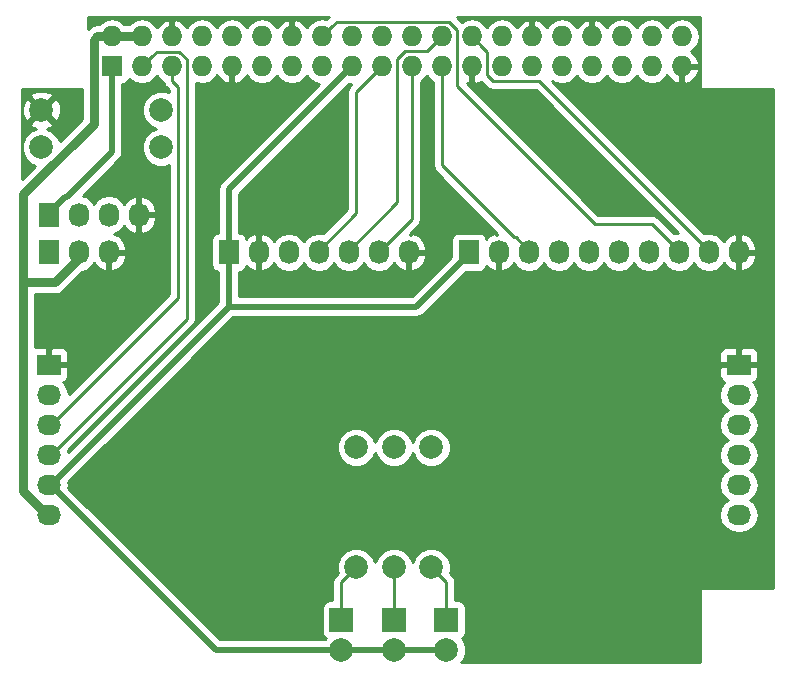
<source format=gtl>
G04 #@! TF.FileFunction,Copper,L1,Top,Signal*
%FSLAX46Y46*%
G04 Gerber Fmt 4.6, Leading zero omitted, Abs format (unit mm)*
G04 Created by KiCad (PCBNEW 4.0.4-stable) date 10/20/16 10:06:23*
%MOMM*%
%LPD*%
G01*
G04 APERTURE LIST*
%ADD10C,0.100000*%
%ADD11R,1.727200X1.727200*%
%ADD12O,1.727200X1.727200*%
%ADD13C,1.998980*%
%ADD14R,1.727200X2.032000*%
%ADD15O,1.727200X2.032000*%
%ADD16R,2.000000X2.000000*%
%ADD17C,2.000000*%
%ADD18O,2.032000X1.727200*%
%ADD19R,2.032000X1.727200*%
%ADD20C,0.508000*%
%ADD21C,0.762000*%
%ADD22C,0.254000*%
G04 APERTURE END LIST*
D10*
D11*
X119634000Y-40132000D03*
D12*
X119634000Y-37592000D03*
X122174000Y-40132000D03*
X122174000Y-37592000D03*
X124714000Y-40132000D03*
X124714000Y-37592000D03*
X127254000Y-40132000D03*
X127254000Y-37592000D03*
X129794000Y-40132000D03*
X129794000Y-37592000D03*
X132334000Y-40132000D03*
X132334000Y-37592000D03*
X134874000Y-40132000D03*
X134874000Y-37592000D03*
X137414000Y-40132000D03*
X137414000Y-37592000D03*
X139954000Y-40132000D03*
X139954000Y-37592000D03*
X142494000Y-40132000D03*
X142494000Y-37592000D03*
X145034000Y-40132000D03*
X145034000Y-37592000D03*
X147574000Y-40132000D03*
X147574000Y-37592000D03*
X150114000Y-40132000D03*
X150114000Y-37592000D03*
X152654000Y-40132000D03*
X152654000Y-37592000D03*
X155194000Y-40132000D03*
X155194000Y-37592000D03*
X157734000Y-40132000D03*
X157734000Y-37592000D03*
X160274000Y-40132000D03*
X160274000Y-37592000D03*
X162814000Y-40132000D03*
X162814000Y-37592000D03*
X165354000Y-40132000D03*
X165354000Y-37592000D03*
X167894000Y-40132000D03*
X167894000Y-37592000D03*
D13*
X140335000Y-82550000D03*
X140335000Y-72390000D03*
D14*
X114300000Y-52705000D03*
D15*
X116840000Y-52705000D03*
X119380000Y-52705000D03*
X121920000Y-52705000D03*
D14*
X114300000Y-55880000D03*
D15*
X116840000Y-55880000D03*
X119380000Y-55880000D03*
D16*
X139065000Y-86995000D03*
D17*
X139065000Y-89535000D03*
D16*
X143510000Y-86995000D03*
D17*
X143510000Y-89535000D03*
D16*
X147955000Y-86995000D03*
D17*
X147955000Y-89535000D03*
D13*
X143510000Y-82550000D03*
X143510000Y-72390000D03*
X146685000Y-82550000D03*
X146685000Y-72390000D03*
X113665000Y-46990000D03*
X123825000Y-46990000D03*
X123825000Y-43815000D03*
X113665000Y-43815000D03*
D18*
X114300000Y-67945000D03*
D19*
X114300000Y-65405000D03*
D18*
X114300000Y-70485000D03*
X114300000Y-73025000D03*
X114300000Y-75565000D03*
X114300000Y-78105000D03*
X172720000Y-78105000D03*
X172720000Y-75565000D03*
X172720000Y-73025000D03*
X172720000Y-70485000D03*
D19*
X172720000Y-65405000D03*
D18*
X172720000Y-67945000D03*
D14*
X129540000Y-55880000D03*
D15*
X132080000Y-55880000D03*
X134620000Y-55880000D03*
X137160000Y-55880000D03*
X139700000Y-55880000D03*
X142240000Y-55880000D03*
X144780000Y-55880000D03*
D14*
X149860000Y-55880000D03*
D15*
X152400000Y-55880000D03*
X154940000Y-55880000D03*
X157480000Y-55880000D03*
X160020000Y-55880000D03*
X162560000Y-55880000D03*
X165100000Y-55880000D03*
X167640000Y-55880000D03*
X170180000Y-55880000D03*
X172720000Y-55880000D03*
D20*
X119634000Y-40132000D02*
X119634000Y-47371000D01*
X119634000Y-47371000D02*
X115824000Y-51181000D01*
X115824000Y-51181000D02*
X115671600Y-51181000D01*
X115671600Y-51181000D02*
X114300000Y-52552600D01*
X114300000Y-52552600D02*
X114300000Y-52705000D01*
X129540000Y-55880000D02*
X129540000Y-50800000D01*
X139954000Y-40132000D02*
X129540000Y-50546000D01*
X129540000Y-50546000D02*
X129540000Y-50800000D01*
X149860000Y-55880000D02*
X149860000Y-56032400D01*
X149860000Y-56032400D02*
X145415000Y-60477400D01*
X145415000Y-60477400D02*
X129540000Y-60477400D01*
X129540000Y-55880000D02*
X129540000Y-54356000D01*
X128422400Y-89535000D02*
X147955000Y-89535000D01*
X114300000Y-75565000D02*
X114452400Y-75565000D01*
X114452400Y-75565000D02*
X128422400Y-89535000D01*
X114452400Y-75565000D02*
X129540000Y-60477400D01*
X129540000Y-60477400D02*
X129540000Y-57404000D01*
X129540000Y-57404000D02*
X129540000Y-55880000D01*
X129540000Y-55727600D02*
X129540000Y-55880000D01*
D21*
X112140979Y-62357021D02*
X112140979Y-58420000D01*
X112140979Y-58420000D02*
X112140979Y-50933069D01*
X116840000Y-55880000D02*
X116840000Y-56362602D01*
X114782602Y-58420000D02*
X112140979Y-58420000D01*
X116840000Y-56362602D02*
X114782602Y-58420000D01*
X112140979Y-50933069D02*
X112801399Y-50272649D01*
X119634000Y-37592000D02*
X118412686Y-37592000D01*
X118412686Y-37592000D02*
X118110000Y-37894686D01*
X118110000Y-37894686D02*
X118110000Y-44964048D01*
X118110000Y-44964048D02*
X112801399Y-50272649D01*
X112140979Y-76098379D02*
X114147600Y-78105000D01*
X112140979Y-62357021D02*
X112140979Y-76098379D01*
X114147600Y-78105000D02*
X114300000Y-78105000D01*
X119634000Y-37592000D02*
X122174000Y-37592000D01*
D22*
X114300000Y-73025000D02*
X114452400Y-73025000D01*
X125958601Y-61518799D02*
X125958601Y-39534591D01*
X114452400Y-73025000D02*
X125958601Y-61518799D01*
X123037599Y-39268401D02*
X122174000Y-40132000D01*
X125958601Y-39534591D02*
X125311409Y-38887399D01*
X125311409Y-38887399D02*
X123418601Y-38887399D01*
X123418601Y-38887399D02*
X123037599Y-39268401D01*
X114300000Y-70485000D02*
X114452400Y-70485000D01*
X114452400Y-70485000D02*
X125205491Y-59731909D01*
X125205491Y-59731909D02*
X125205491Y-41844805D01*
X125205491Y-41844805D02*
X124714000Y-41353314D01*
X124714000Y-41353314D02*
X124714000Y-40132000D01*
X140335011Y-52552589D02*
X140335011Y-42290989D01*
X140335011Y-42290989D02*
X142494000Y-40132000D01*
X137160000Y-55727600D02*
X140335011Y-52552589D01*
X137160000Y-55880000D02*
X137160000Y-55727600D01*
X145034000Y-40132000D02*
X145034000Y-53086000D01*
X145034000Y-53086000D02*
X142240000Y-55880000D01*
X147574000Y-37592000D02*
X146329399Y-38836601D01*
X146329399Y-38836601D02*
X144487389Y-38836601D01*
X144487389Y-38836601D02*
X143789399Y-39534591D01*
X143789399Y-39534591D02*
X143789399Y-51638201D01*
X143789399Y-51638201D02*
X139700000Y-55727600D01*
X139700000Y-55727600D02*
X139700000Y-55880000D01*
X147574000Y-40132000D02*
X147574000Y-48514000D01*
X147574000Y-48514000D02*
X153670000Y-54610000D01*
X153670000Y-54610000D02*
X153822400Y-54610000D01*
X153822400Y-54610000D02*
X154940000Y-55727600D01*
X154940000Y-55727600D02*
X154940000Y-55880000D01*
X170180000Y-55880000D02*
X170180000Y-55727600D01*
X170180000Y-55727600D02*
X155829001Y-41376601D01*
X155829001Y-41376601D02*
X151929591Y-41376601D01*
X151929591Y-41376601D02*
X151409399Y-40856409D01*
X151409399Y-40856409D02*
X151409399Y-38887399D01*
X150977599Y-38455599D02*
X150114000Y-37592000D01*
X151409399Y-38887399D02*
X150977599Y-38455599D01*
X140335000Y-82550000D02*
X139065000Y-83820000D01*
X139065000Y-83820000D02*
X139065000Y-86995000D01*
X143510000Y-82550000D02*
X143510000Y-86995000D01*
X146685000Y-82550000D02*
X147955000Y-83820000D01*
X147955000Y-83820000D02*
X147955000Y-86995000D01*
X160503373Y-53450491D02*
X148869399Y-41816517D01*
X148869399Y-41816517D02*
X148869399Y-37045389D01*
X148171409Y-36347399D02*
X138658601Y-36347399D01*
X148869399Y-37045389D02*
X148171409Y-36347399D01*
X138658601Y-36347399D02*
X138277599Y-36728401D01*
X138277599Y-36728401D02*
X137414000Y-37592000D01*
X165362891Y-53450491D02*
X160503373Y-53450491D01*
X167640000Y-55727600D02*
X165362891Y-53450491D01*
X167640000Y-55880000D02*
X167640000Y-55727600D01*
G36*
X169418000Y-41910000D02*
X169426685Y-41956159D01*
X169427652Y-41957662D01*
X169428006Y-41959410D01*
X169441248Y-41978791D01*
X169453965Y-41998553D01*
X169455440Y-41999560D01*
X169456447Y-42001035D01*
X169476209Y-42013752D01*
X169495590Y-42026994D01*
X169497338Y-42027348D01*
X169498841Y-42028315D01*
X169545000Y-42037000D01*
X175615000Y-42037000D01*
X175615000Y-84328000D01*
X169545000Y-84328000D01*
X169495590Y-84338006D01*
X169453965Y-84366447D01*
X169426685Y-84408841D01*
X169418000Y-84455000D01*
X169418000Y-90580000D01*
X149222435Y-90580000D01*
X149340278Y-90462363D01*
X149589716Y-89861648D01*
X149590284Y-89211205D01*
X149341894Y-88610057D01*
X149275379Y-88543426D01*
X149406441Y-88459090D01*
X149551431Y-88246890D01*
X149602440Y-87995000D01*
X149602440Y-85995000D01*
X149558162Y-85759683D01*
X149419090Y-85543559D01*
X149206890Y-85398569D01*
X148955000Y-85347560D01*
X148717000Y-85347560D01*
X148717000Y-83820000D01*
X148658996Y-83528395D01*
X148623088Y-83474655D01*
X148493815Y-83281184D01*
X148251715Y-83039084D01*
X148319206Y-82876547D01*
X148319774Y-82226306D01*
X148071462Y-81625345D01*
X147612073Y-81165154D01*
X147011547Y-80915794D01*
X146361306Y-80915226D01*
X145760345Y-81163538D01*
X145300154Y-81622927D01*
X145097309Y-82111432D01*
X144896462Y-81625345D01*
X144437073Y-81165154D01*
X143836547Y-80915794D01*
X143186306Y-80915226D01*
X142585345Y-81163538D01*
X142125154Y-81622927D01*
X141922309Y-82111432D01*
X141721462Y-81625345D01*
X141262073Y-81165154D01*
X140661547Y-80915794D01*
X140011306Y-80915226D01*
X139410345Y-81163538D01*
X138950154Y-81622927D01*
X138700794Y-82223453D01*
X138700226Y-82873694D01*
X138768482Y-83038887D01*
X138526186Y-83281184D01*
X138526185Y-83281185D01*
X138361004Y-83528395D01*
X138303000Y-83820000D01*
X138303000Y-85347560D01*
X138065000Y-85347560D01*
X137829683Y-85391838D01*
X137613559Y-85530910D01*
X137468569Y-85743110D01*
X137417560Y-85995000D01*
X137417560Y-87995000D01*
X137461838Y-88230317D01*
X137600910Y-88446441D01*
X137743561Y-88543910D01*
X137679722Y-88607637D01*
X137663792Y-88646000D01*
X128790636Y-88646000D01*
X115937934Y-75793298D01*
X115983345Y-75565000D01*
X115937934Y-75336702D01*
X118560942Y-72713694D01*
X138700226Y-72713694D01*
X138948538Y-73314655D01*
X139407927Y-73774846D01*
X140008453Y-74024206D01*
X140658694Y-74024774D01*
X141259655Y-73776462D01*
X141719846Y-73317073D01*
X141922691Y-72828568D01*
X142123538Y-73314655D01*
X142582927Y-73774846D01*
X143183453Y-74024206D01*
X143833694Y-74024774D01*
X144434655Y-73776462D01*
X144894846Y-73317073D01*
X145097691Y-72828568D01*
X145298538Y-73314655D01*
X145757927Y-73774846D01*
X146358453Y-74024206D01*
X147008694Y-74024774D01*
X147609655Y-73776462D01*
X148069846Y-73317073D01*
X148319206Y-72716547D01*
X148319774Y-72066306D01*
X148071462Y-71465345D01*
X147612073Y-71005154D01*
X147011547Y-70755794D01*
X146361306Y-70755226D01*
X145760345Y-71003538D01*
X145300154Y-71462927D01*
X145097309Y-71951432D01*
X144896462Y-71465345D01*
X144437073Y-71005154D01*
X143836547Y-70755794D01*
X143186306Y-70755226D01*
X142585345Y-71003538D01*
X142125154Y-71462927D01*
X141922309Y-71951432D01*
X141721462Y-71465345D01*
X141262073Y-71005154D01*
X140661547Y-70755794D01*
X140011306Y-70755226D01*
X139410345Y-71003538D01*
X138950154Y-71462927D01*
X138700794Y-72063453D01*
X138700226Y-72713694D01*
X118560942Y-72713694D01*
X123329636Y-67945000D01*
X171036655Y-67945000D01*
X171150729Y-68518489D01*
X171475585Y-69004670D01*
X171790366Y-69215000D01*
X171475585Y-69425330D01*
X171150729Y-69911511D01*
X171036655Y-70485000D01*
X171150729Y-71058489D01*
X171475585Y-71544670D01*
X171790366Y-71755000D01*
X171475585Y-71965330D01*
X171150729Y-72451511D01*
X171036655Y-73025000D01*
X171150729Y-73598489D01*
X171475585Y-74084670D01*
X171790366Y-74295000D01*
X171475585Y-74505330D01*
X171150729Y-74991511D01*
X171036655Y-75565000D01*
X171150729Y-76138489D01*
X171475585Y-76624670D01*
X171790366Y-76835000D01*
X171475585Y-77045330D01*
X171150729Y-77531511D01*
X171036655Y-78105000D01*
X171150729Y-78678489D01*
X171475585Y-79164670D01*
X171961766Y-79489526D01*
X172535255Y-79603600D01*
X172904745Y-79603600D01*
X173478234Y-79489526D01*
X173964415Y-79164670D01*
X174289271Y-78678489D01*
X174403345Y-78105000D01*
X174289271Y-77531511D01*
X173964415Y-77045330D01*
X173649634Y-76835000D01*
X173964415Y-76624670D01*
X174289271Y-76138489D01*
X174403345Y-75565000D01*
X174289271Y-74991511D01*
X173964415Y-74505330D01*
X173649634Y-74295000D01*
X173964415Y-74084670D01*
X174289271Y-73598489D01*
X174403345Y-73025000D01*
X174289271Y-72451511D01*
X173964415Y-71965330D01*
X173649634Y-71755000D01*
X173964415Y-71544670D01*
X174289271Y-71058489D01*
X174403345Y-70485000D01*
X174289271Y-69911511D01*
X173964415Y-69425330D01*
X173649634Y-69215000D01*
X173964415Y-69004670D01*
X174289271Y-68518489D01*
X174403345Y-67945000D01*
X174289271Y-67371511D01*
X173964415Y-66885330D01*
X173942220Y-66870500D01*
X174095698Y-66806927D01*
X174274327Y-66628299D01*
X174371000Y-66394910D01*
X174371000Y-65690750D01*
X174212250Y-65532000D01*
X172847000Y-65532000D01*
X172847000Y-65552000D01*
X172593000Y-65552000D01*
X172593000Y-65532000D01*
X171227750Y-65532000D01*
X171069000Y-65690750D01*
X171069000Y-66394910D01*
X171165673Y-66628299D01*
X171344302Y-66806927D01*
X171497780Y-66870500D01*
X171475585Y-66885330D01*
X171150729Y-67371511D01*
X171036655Y-67945000D01*
X123329636Y-67945000D01*
X126859546Y-64415090D01*
X171069000Y-64415090D01*
X171069000Y-65119250D01*
X171227750Y-65278000D01*
X172593000Y-65278000D01*
X172593000Y-64065150D01*
X172847000Y-64065150D01*
X172847000Y-65278000D01*
X174212250Y-65278000D01*
X174371000Y-65119250D01*
X174371000Y-64415090D01*
X174274327Y-64181701D01*
X174095698Y-64003073D01*
X173862309Y-63906400D01*
X173005750Y-63906400D01*
X172847000Y-64065150D01*
X172593000Y-64065150D01*
X172434250Y-63906400D01*
X171577691Y-63906400D01*
X171344302Y-64003073D01*
X171165673Y-64181701D01*
X171069000Y-64415090D01*
X126859546Y-64415090D01*
X129908236Y-61366400D01*
X145415000Y-61366400D01*
X145755206Y-61298729D01*
X146043618Y-61106018D01*
X149606196Y-57543440D01*
X150723600Y-57543440D01*
X150958917Y-57499162D01*
X151175041Y-57360090D01*
X151320031Y-57147890D01*
X151339232Y-57053073D01*
X151497964Y-57230732D01*
X152025209Y-57484709D01*
X152040974Y-57487358D01*
X152273000Y-57366217D01*
X152273000Y-56007000D01*
X152253000Y-56007000D01*
X152253000Y-55753000D01*
X152273000Y-55753000D01*
X152273000Y-55733000D01*
X152527000Y-55733000D01*
X152527000Y-55753000D01*
X152547000Y-55753000D01*
X152547000Y-56007000D01*
X152527000Y-56007000D01*
X152527000Y-57366217D01*
X152759026Y-57487358D01*
X152774791Y-57484709D01*
X153302036Y-57230732D01*
X153673539Y-56814931D01*
X153880330Y-57124415D01*
X154366511Y-57449271D01*
X154940000Y-57563345D01*
X155513489Y-57449271D01*
X155999670Y-57124415D01*
X156210000Y-56809634D01*
X156420330Y-57124415D01*
X156906511Y-57449271D01*
X157480000Y-57563345D01*
X158053489Y-57449271D01*
X158539670Y-57124415D01*
X158750000Y-56809634D01*
X158960330Y-57124415D01*
X159446511Y-57449271D01*
X160020000Y-57563345D01*
X160593489Y-57449271D01*
X161079670Y-57124415D01*
X161290000Y-56809634D01*
X161500330Y-57124415D01*
X161986511Y-57449271D01*
X162560000Y-57563345D01*
X163133489Y-57449271D01*
X163619670Y-57124415D01*
X163830000Y-56809634D01*
X164040330Y-57124415D01*
X164526511Y-57449271D01*
X165100000Y-57563345D01*
X165673489Y-57449271D01*
X166159670Y-57124415D01*
X166370000Y-56809634D01*
X166580330Y-57124415D01*
X167066511Y-57449271D01*
X167640000Y-57563345D01*
X168213489Y-57449271D01*
X168699670Y-57124415D01*
X168910000Y-56809634D01*
X169120330Y-57124415D01*
X169606511Y-57449271D01*
X170180000Y-57563345D01*
X170753489Y-57449271D01*
X171239670Y-57124415D01*
X171446461Y-56814931D01*
X171817964Y-57230732D01*
X172345209Y-57484709D01*
X172360974Y-57487358D01*
X172593000Y-57366217D01*
X172593000Y-56007000D01*
X172847000Y-56007000D01*
X172847000Y-57366217D01*
X173079026Y-57487358D01*
X173094791Y-57484709D01*
X173622036Y-57230732D01*
X174011954Y-56794320D01*
X174205184Y-56241913D01*
X174060924Y-56007000D01*
X172847000Y-56007000D01*
X172593000Y-56007000D01*
X172573000Y-56007000D01*
X172573000Y-55753000D01*
X172593000Y-55753000D01*
X172593000Y-54393783D01*
X172847000Y-54393783D01*
X172847000Y-55753000D01*
X174060924Y-55753000D01*
X174205184Y-55518087D01*
X174011954Y-54965680D01*
X173622036Y-54529268D01*
X173094791Y-54275291D01*
X173079026Y-54272642D01*
X172847000Y-54393783D01*
X172593000Y-54393783D01*
X172360974Y-54272642D01*
X172345209Y-54275291D01*
X171817964Y-54529268D01*
X171446461Y-54945069D01*
X171239670Y-54635585D01*
X170753489Y-54310729D01*
X170180000Y-54196655D01*
X169801896Y-54271865D01*
X156905566Y-41375536D01*
X157160511Y-41545885D01*
X157734000Y-41659959D01*
X158307489Y-41545885D01*
X158793670Y-41221029D01*
X159004000Y-40906248D01*
X159214330Y-41221029D01*
X159700511Y-41545885D01*
X160274000Y-41659959D01*
X160847489Y-41545885D01*
X161333670Y-41221029D01*
X161544000Y-40906248D01*
X161754330Y-41221029D01*
X162240511Y-41545885D01*
X162814000Y-41659959D01*
X163387489Y-41545885D01*
X163873670Y-41221029D01*
X164084000Y-40906248D01*
X164294330Y-41221029D01*
X164780511Y-41545885D01*
X165354000Y-41659959D01*
X165927489Y-41545885D01*
X166413670Y-41221029D01*
X166629664Y-40897772D01*
X166687179Y-41020490D01*
X167119053Y-41414688D01*
X167534974Y-41586958D01*
X167767000Y-41465817D01*
X167767000Y-40259000D01*
X168021000Y-40259000D01*
X168021000Y-41465817D01*
X168253026Y-41586958D01*
X168668947Y-41414688D01*
X169100821Y-41020490D01*
X169348968Y-40491027D01*
X169228469Y-40259000D01*
X168021000Y-40259000D01*
X167767000Y-40259000D01*
X167747000Y-40259000D01*
X167747000Y-40005000D01*
X167767000Y-40005000D01*
X167767000Y-39985000D01*
X168021000Y-39985000D01*
X168021000Y-40005000D01*
X169228469Y-40005000D01*
X169348968Y-39772973D01*
X169100821Y-39243510D01*
X168682839Y-38861992D01*
X168953670Y-38681029D01*
X169278526Y-38194848D01*
X169392600Y-37621359D01*
X169392600Y-37562641D01*
X169278526Y-36989152D01*
X168953670Y-36502971D01*
X168467489Y-36178115D01*
X167894000Y-36064041D01*
X167320511Y-36178115D01*
X166834330Y-36502971D01*
X166624000Y-36817752D01*
X166413670Y-36502971D01*
X165927489Y-36178115D01*
X165354000Y-36064041D01*
X164780511Y-36178115D01*
X164294330Y-36502971D01*
X164084000Y-36817752D01*
X163873670Y-36502971D01*
X163387489Y-36178115D01*
X162814000Y-36064041D01*
X162240511Y-36178115D01*
X161754330Y-36502971D01*
X161538336Y-36826228D01*
X161480821Y-36703510D01*
X161048947Y-36309312D01*
X160633026Y-36137042D01*
X160401000Y-36258183D01*
X160401000Y-37465000D01*
X160421000Y-37465000D01*
X160421000Y-37719000D01*
X160401000Y-37719000D01*
X160401000Y-37739000D01*
X160147000Y-37739000D01*
X160147000Y-37719000D01*
X160127000Y-37719000D01*
X160127000Y-37465000D01*
X160147000Y-37465000D01*
X160147000Y-36258183D01*
X159914974Y-36137042D01*
X159499053Y-36309312D01*
X159067179Y-36703510D01*
X159009664Y-36826228D01*
X158793670Y-36502971D01*
X158307489Y-36178115D01*
X157734000Y-36064041D01*
X157160511Y-36178115D01*
X156674330Y-36502971D01*
X156458336Y-36826228D01*
X156400821Y-36703510D01*
X155968947Y-36309312D01*
X155553026Y-36137042D01*
X155321000Y-36258183D01*
X155321000Y-37465000D01*
X155341000Y-37465000D01*
X155341000Y-37719000D01*
X155321000Y-37719000D01*
X155321000Y-37739000D01*
X155067000Y-37739000D01*
X155067000Y-37719000D01*
X155047000Y-37719000D01*
X155047000Y-37465000D01*
X155067000Y-37465000D01*
X155067000Y-36258183D01*
X154834974Y-36137042D01*
X154419053Y-36309312D01*
X153987179Y-36703510D01*
X153929664Y-36826228D01*
X153713670Y-36502971D01*
X153227489Y-36178115D01*
X152654000Y-36064041D01*
X152080511Y-36178115D01*
X151594330Y-36502971D01*
X151384000Y-36817752D01*
X151173670Y-36502971D01*
X150687489Y-36178115D01*
X150114000Y-36064041D01*
X149540511Y-36178115D01*
X149264308Y-36362668D01*
X148851640Y-35950000D01*
X169418000Y-35950000D01*
X169418000Y-41910000D01*
X169418000Y-41910000D01*
G37*
X169418000Y-41910000D02*
X169426685Y-41956159D01*
X169427652Y-41957662D01*
X169428006Y-41959410D01*
X169441248Y-41978791D01*
X169453965Y-41998553D01*
X169455440Y-41999560D01*
X169456447Y-42001035D01*
X169476209Y-42013752D01*
X169495590Y-42026994D01*
X169497338Y-42027348D01*
X169498841Y-42028315D01*
X169545000Y-42037000D01*
X175615000Y-42037000D01*
X175615000Y-84328000D01*
X169545000Y-84328000D01*
X169495590Y-84338006D01*
X169453965Y-84366447D01*
X169426685Y-84408841D01*
X169418000Y-84455000D01*
X169418000Y-90580000D01*
X149222435Y-90580000D01*
X149340278Y-90462363D01*
X149589716Y-89861648D01*
X149590284Y-89211205D01*
X149341894Y-88610057D01*
X149275379Y-88543426D01*
X149406441Y-88459090D01*
X149551431Y-88246890D01*
X149602440Y-87995000D01*
X149602440Y-85995000D01*
X149558162Y-85759683D01*
X149419090Y-85543559D01*
X149206890Y-85398569D01*
X148955000Y-85347560D01*
X148717000Y-85347560D01*
X148717000Y-83820000D01*
X148658996Y-83528395D01*
X148623088Y-83474655D01*
X148493815Y-83281184D01*
X148251715Y-83039084D01*
X148319206Y-82876547D01*
X148319774Y-82226306D01*
X148071462Y-81625345D01*
X147612073Y-81165154D01*
X147011547Y-80915794D01*
X146361306Y-80915226D01*
X145760345Y-81163538D01*
X145300154Y-81622927D01*
X145097309Y-82111432D01*
X144896462Y-81625345D01*
X144437073Y-81165154D01*
X143836547Y-80915794D01*
X143186306Y-80915226D01*
X142585345Y-81163538D01*
X142125154Y-81622927D01*
X141922309Y-82111432D01*
X141721462Y-81625345D01*
X141262073Y-81165154D01*
X140661547Y-80915794D01*
X140011306Y-80915226D01*
X139410345Y-81163538D01*
X138950154Y-81622927D01*
X138700794Y-82223453D01*
X138700226Y-82873694D01*
X138768482Y-83038887D01*
X138526186Y-83281184D01*
X138526185Y-83281185D01*
X138361004Y-83528395D01*
X138303000Y-83820000D01*
X138303000Y-85347560D01*
X138065000Y-85347560D01*
X137829683Y-85391838D01*
X137613559Y-85530910D01*
X137468569Y-85743110D01*
X137417560Y-85995000D01*
X137417560Y-87995000D01*
X137461838Y-88230317D01*
X137600910Y-88446441D01*
X137743561Y-88543910D01*
X137679722Y-88607637D01*
X137663792Y-88646000D01*
X128790636Y-88646000D01*
X115937934Y-75793298D01*
X115983345Y-75565000D01*
X115937934Y-75336702D01*
X118560942Y-72713694D01*
X138700226Y-72713694D01*
X138948538Y-73314655D01*
X139407927Y-73774846D01*
X140008453Y-74024206D01*
X140658694Y-74024774D01*
X141259655Y-73776462D01*
X141719846Y-73317073D01*
X141922691Y-72828568D01*
X142123538Y-73314655D01*
X142582927Y-73774846D01*
X143183453Y-74024206D01*
X143833694Y-74024774D01*
X144434655Y-73776462D01*
X144894846Y-73317073D01*
X145097691Y-72828568D01*
X145298538Y-73314655D01*
X145757927Y-73774846D01*
X146358453Y-74024206D01*
X147008694Y-74024774D01*
X147609655Y-73776462D01*
X148069846Y-73317073D01*
X148319206Y-72716547D01*
X148319774Y-72066306D01*
X148071462Y-71465345D01*
X147612073Y-71005154D01*
X147011547Y-70755794D01*
X146361306Y-70755226D01*
X145760345Y-71003538D01*
X145300154Y-71462927D01*
X145097309Y-71951432D01*
X144896462Y-71465345D01*
X144437073Y-71005154D01*
X143836547Y-70755794D01*
X143186306Y-70755226D01*
X142585345Y-71003538D01*
X142125154Y-71462927D01*
X141922309Y-71951432D01*
X141721462Y-71465345D01*
X141262073Y-71005154D01*
X140661547Y-70755794D01*
X140011306Y-70755226D01*
X139410345Y-71003538D01*
X138950154Y-71462927D01*
X138700794Y-72063453D01*
X138700226Y-72713694D01*
X118560942Y-72713694D01*
X123329636Y-67945000D01*
X171036655Y-67945000D01*
X171150729Y-68518489D01*
X171475585Y-69004670D01*
X171790366Y-69215000D01*
X171475585Y-69425330D01*
X171150729Y-69911511D01*
X171036655Y-70485000D01*
X171150729Y-71058489D01*
X171475585Y-71544670D01*
X171790366Y-71755000D01*
X171475585Y-71965330D01*
X171150729Y-72451511D01*
X171036655Y-73025000D01*
X171150729Y-73598489D01*
X171475585Y-74084670D01*
X171790366Y-74295000D01*
X171475585Y-74505330D01*
X171150729Y-74991511D01*
X171036655Y-75565000D01*
X171150729Y-76138489D01*
X171475585Y-76624670D01*
X171790366Y-76835000D01*
X171475585Y-77045330D01*
X171150729Y-77531511D01*
X171036655Y-78105000D01*
X171150729Y-78678489D01*
X171475585Y-79164670D01*
X171961766Y-79489526D01*
X172535255Y-79603600D01*
X172904745Y-79603600D01*
X173478234Y-79489526D01*
X173964415Y-79164670D01*
X174289271Y-78678489D01*
X174403345Y-78105000D01*
X174289271Y-77531511D01*
X173964415Y-77045330D01*
X173649634Y-76835000D01*
X173964415Y-76624670D01*
X174289271Y-76138489D01*
X174403345Y-75565000D01*
X174289271Y-74991511D01*
X173964415Y-74505330D01*
X173649634Y-74295000D01*
X173964415Y-74084670D01*
X174289271Y-73598489D01*
X174403345Y-73025000D01*
X174289271Y-72451511D01*
X173964415Y-71965330D01*
X173649634Y-71755000D01*
X173964415Y-71544670D01*
X174289271Y-71058489D01*
X174403345Y-70485000D01*
X174289271Y-69911511D01*
X173964415Y-69425330D01*
X173649634Y-69215000D01*
X173964415Y-69004670D01*
X174289271Y-68518489D01*
X174403345Y-67945000D01*
X174289271Y-67371511D01*
X173964415Y-66885330D01*
X173942220Y-66870500D01*
X174095698Y-66806927D01*
X174274327Y-66628299D01*
X174371000Y-66394910D01*
X174371000Y-65690750D01*
X174212250Y-65532000D01*
X172847000Y-65532000D01*
X172847000Y-65552000D01*
X172593000Y-65552000D01*
X172593000Y-65532000D01*
X171227750Y-65532000D01*
X171069000Y-65690750D01*
X171069000Y-66394910D01*
X171165673Y-66628299D01*
X171344302Y-66806927D01*
X171497780Y-66870500D01*
X171475585Y-66885330D01*
X171150729Y-67371511D01*
X171036655Y-67945000D01*
X123329636Y-67945000D01*
X126859546Y-64415090D01*
X171069000Y-64415090D01*
X171069000Y-65119250D01*
X171227750Y-65278000D01*
X172593000Y-65278000D01*
X172593000Y-64065150D01*
X172847000Y-64065150D01*
X172847000Y-65278000D01*
X174212250Y-65278000D01*
X174371000Y-65119250D01*
X174371000Y-64415090D01*
X174274327Y-64181701D01*
X174095698Y-64003073D01*
X173862309Y-63906400D01*
X173005750Y-63906400D01*
X172847000Y-64065150D01*
X172593000Y-64065150D01*
X172434250Y-63906400D01*
X171577691Y-63906400D01*
X171344302Y-64003073D01*
X171165673Y-64181701D01*
X171069000Y-64415090D01*
X126859546Y-64415090D01*
X129908236Y-61366400D01*
X145415000Y-61366400D01*
X145755206Y-61298729D01*
X146043618Y-61106018D01*
X149606196Y-57543440D01*
X150723600Y-57543440D01*
X150958917Y-57499162D01*
X151175041Y-57360090D01*
X151320031Y-57147890D01*
X151339232Y-57053073D01*
X151497964Y-57230732D01*
X152025209Y-57484709D01*
X152040974Y-57487358D01*
X152273000Y-57366217D01*
X152273000Y-56007000D01*
X152253000Y-56007000D01*
X152253000Y-55753000D01*
X152273000Y-55753000D01*
X152273000Y-55733000D01*
X152527000Y-55733000D01*
X152527000Y-55753000D01*
X152547000Y-55753000D01*
X152547000Y-56007000D01*
X152527000Y-56007000D01*
X152527000Y-57366217D01*
X152759026Y-57487358D01*
X152774791Y-57484709D01*
X153302036Y-57230732D01*
X153673539Y-56814931D01*
X153880330Y-57124415D01*
X154366511Y-57449271D01*
X154940000Y-57563345D01*
X155513489Y-57449271D01*
X155999670Y-57124415D01*
X156210000Y-56809634D01*
X156420330Y-57124415D01*
X156906511Y-57449271D01*
X157480000Y-57563345D01*
X158053489Y-57449271D01*
X158539670Y-57124415D01*
X158750000Y-56809634D01*
X158960330Y-57124415D01*
X159446511Y-57449271D01*
X160020000Y-57563345D01*
X160593489Y-57449271D01*
X161079670Y-57124415D01*
X161290000Y-56809634D01*
X161500330Y-57124415D01*
X161986511Y-57449271D01*
X162560000Y-57563345D01*
X163133489Y-57449271D01*
X163619670Y-57124415D01*
X163830000Y-56809634D01*
X164040330Y-57124415D01*
X164526511Y-57449271D01*
X165100000Y-57563345D01*
X165673489Y-57449271D01*
X166159670Y-57124415D01*
X166370000Y-56809634D01*
X166580330Y-57124415D01*
X167066511Y-57449271D01*
X167640000Y-57563345D01*
X168213489Y-57449271D01*
X168699670Y-57124415D01*
X168910000Y-56809634D01*
X169120330Y-57124415D01*
X169606511Y-57449271D01*
X170180000Y-57563345D01*
X170753489Y-57449271D01*
X171239670Y-57124415D01*
X171446461Y-56814931D01*
X171817964Y-57230732D01*
X172345209Y-57484709D01*
X172360974Y-57487358D01*
X172593000Y-57366217D01*
X172593000Y-56007000D01*
X172847000Y-56007000D01*
X172847000Y-57366217D01*
X173079026Y-57487358D01*
X173094791Y-57484709D01*
X173622036Y-57230732D01*
X174011954Y-56794320D01*
X174205184Y-56241913D01*
X174060924Y-56007000D01*
X172847000Y-56007000D01*
X172593000Y-56007000D01*
X172573000Y-56007000D01*
X172573000Y-55753000D01*
X172593000Y-55753000D01*
X172593000Y-54393783D01*
X172847000Y-54393783D01*
X172847000Y-55753000D01*
X174060924Y-55753000D01*
X174205184Y-55518087D01*
X174011954Y-54965680D01*
X173622036Y-54529268D01*
X173094791Y-54275291D01*
X173079026Y-54272642D01*
X172847000Y-54393783D01*
X172593000Y-54393783D01*
X172360974Y-54272642D01*
X172345209Y-54275291D01*
X171817964Y-54529268D01*
X171446461Y-54945069D01*
X171239670Y-54635585D01*
X170753489Y-54310729D01*
X170180000Y-54196655D01*
X169801896Y-54271865D01*
X156905566Y-41375536D01*
X157160511Y-41545885D01*
X157734000Y-41659959D01*
X158307489Y-41545885D01*
X158793670Y-41221029D01*
X159004000Y-40906248D01*
X159214330Y-41221029D01*
X159700511Y-41545885D01*
X160274000Y-41659959D01*
X160847489Y-41545885D01*
X161333670Y-41221029D01*
X161544000Y-40906248D01*
X161754330Y-41221029D01*
X162240511Y-41545885D01*
X162814000Y-41659959D01*
X163387489Y-41545885D01*
X163873670Y-41221029D01*
X164084000Y-40906248D01*
X164294330Y-41221029D01*
X164780511Y-41545885D01*
X165354000Y-41659959D01*
X165927489Y-41545885D01*
X166413670Y-41221029D01*
X166629664Y-40897772D01*
X166687179Y-41020490D01*
X167119053Y-41414688D01*
X167534974Y-41586958D01*
X167767000Y-41465817D01*
X167767000Y-40259000D01*
X168021000Y-40259000D01*
X168021000Y-41465817D01*
X168253026Y-41586958D01*
X168668947Y-41414688D01*
X169100821Y-41020490D01*
X169348968Y-40491027D01*
X169228469Y-40259000D01*
X168021000Y-40259000D01*
X167767000Y-40259000D01*
X167747000Y-40259000D01*
X167747000Y-40005000D01*
X167767000Y-40005000D01*
X167767000Y-39985000D01*
X168021000Y-39985000D01*
X168021000Y-40005000D01*
X169228469Y-40005000D01*
X169348968Y-39772973D01*
X169100821Y-39243510D01*
X168682839Y-38861992D01*
X168953670Y-38681029D01*
X169278526Y-38194848D01*
X169392600Y-37621359D01*
X169392600Y-37562641D01*
X169278526Y-36989152D01*
X168953670Y-36502971D01*
X168467489Y-36178115D01*
X167894000Y-36064041D01*
X167320511Y-36178115D01*
X166834330Y-36502971D01*
X166624000Y-36817752D01*
X166413670Y-36502971D01*
X165927489Y-36178115D01*
X165354000Y-36064041D01*
X164780511Y-36178115D01*
X164294330Y-36502971D01*
X164084000Y-36817752D01*
X163873670Y-36502971D01*
X163387489Y-36178115D01*
X162814000Y-36064041D01*
X162240511Y-36178115D01*
X161754330Y-36502971D01*
X161538336Y-36826228D01*
X161480821Y-36703510D01*
X161048947Y-36309312D01*
X160633026Y-36137042D01*
X160401000Y-36258183D01*
X160401000Y-37465000D01*
X160421000Y-37465000D01*
X160421000Y-37719000D01*
X160401000Y-37719000D01*
X160401000Y-37739000D01*
X160147000Y-37739000D01*
X160147000Y-37719000D01*
X160127000Y-37719000D01*
X160127000Y-37465000D01*
X160147000Y-37465000D01*
X160147000Y-36258183D01*
X159914974Y-36137042D01*
X159499053Y-36309312D01*
X159067179Y-36703510D01*
X159009664Y-36826228D01*
X158793670Y-36502971D01*
X158307489Y-36178115D01*
X157734000Y-36064041D01*
X157160511Y-36178115D01*
X156674330Y-36502971D01*
X156458336Y-36826228D01*
X156400821Y-36703510D01*
X155968947Y-36309312D01*
X155553026Y-36137042D01*
X155321000Y-36258183D01*
X155321000Y-37465000D01*
X155341000Y-37465000D01*
X155341000Y-37719000D01*
X155321000Y-37719000D01*
X155321000Y-37739000D01*
X155067000Y-37739000D01*
X155067000Y-37719000D01*
X155047000Y-37719000D01*
X155047000Y-37465000D01*
X155067000Y-37465000D01*
X155067000Y-36258183D01*
X154834974Y-36137042D01*
X154419053Y-36309312D01*
X153987179Y-36703510D01*
X153929664Y-36826228D01*
X153713670Y-36502971D01*
X153227489Y-36178115D01*
X152654000Y-36064041D01*
X152080511Y-36178115D01*
X151594330Y-36502971D01*
X151384000Y-36817752D01*
X151173670Y-36502971D01*
X150687489Y-36178115D01*
X150114000Y-36064041D01*
X149540511Y-36178115D01*
X149264308Y-36362668D01*
X148851640Y-35950000D01*
X169418000Y-35950000D01*
X169418000Y-41910000D01*
G36*
X129921000Y-40005000D02*
X129941000Y-40005000D01*
X129941000Y-40259000D01*
X129921000Y-40259000D01*
X129921000Y-41465817D01*
X130153026Y-41586958D01*
X130568947Y-41414688D01*
X131000821Y-41020490D01*
X131058336Y-40897772D01*
X131274330Y-41221029D01*
X131760511Y-41545885D01*
X132334000Y-41659959D01*
X132907489Y-41545885D01*
X133393670Y-41221029D01*
X133604000Y-40906248D01*
X133814330Y-41221029D01*
X134300511Y-41545885D01*
X134874000Y-41659959D01*
X135447489Y-41545885D01*
X135933670Y-41221029D01*
X136144000Y-40906248D01*
X136354330Y-41221029D01*
X136840511Y-41545885D01*
X137209485Y-41619279D01*
X128911382Y-49917382D01*
X128718671Y-50205794D01*
X128651000Y-50546000D01*
X128651000Y-54221339D01*
X128441083Y-54260838D01*
X128224959Y-54399910D01*
X128079969Y-54612110D01*
X128028960Y-54864000D01*
X128028960Y-56896000D01*
X128073238Y-57131317D01*
X128212310Y-57347441D01*
X128424510Y-57492431D01*
X128651000Y-57538296D01*
X128651000Y-60109164D01*
X115942169Y-72817995D01*
X115908135Y-72646895D01*
X126497417Y-62057614D01*
X126662598Y-61810403D01*
X126720601Y-61518799D01*
X126720601Y-41553859D01*
X127254000Y-41659959D01*
X127827489Y-41545885D01*
X128313670Y-41221029D01*
X128529664Y-40897772D01*
X128587179Y-41020490D01*
X129019053Y-41414688D01*
X129434974Y-41586958D01*
X129667000Y-41465817D01*
X129667000Y-40259000D01*
X129647000Y-40259000D01*
X129647000Y-40005000D01*
X129667000Y-40005000D01*
X129667000Y-39985000D01*
X129921000Y-39985000D01*
X129921000Y-40005000D01*
X129921000Y-40005000D01*
G37*
X129921000Y-40005000D02*
X129941000Y-40005000D01*
X129941000Y-40259000D01*
X129921000Y-40259000D01*
X129921000Y-41465817D01*
X130153026Y-41586958D01*
X130568947Y-41414688D01*
X131000821Y-41020490D01*
X131058336Y-40897772D01*
X131274330Y-41221029D01*
X131760511Y-41545885D01*
X132334000Y-41659959D01*
X132907489Y-41545885D01*
X133393670Y-41221029D01*
X133604000Y-40906248D01*
X133814330Y-41221029D01*
X134300511Y-41545885D01*
X134874000Y-41659959D01*
X135447489Y-41545885D01*
X135933670Y-41221029D01*
X136144000Y-40906248D01*
X136354330Y-41221029D01*
X136840511Y-41545885D01*
X137209485Y-41619279D01*
X128911382Y-49917382D01*
X128718671Y-50205794D01*
X128651000Y-50546000D01*
X128651000Y-54221339D01*
X128441083Y-54260838D01*
X128224959Y-54399910D01*
X128079969Y-54612110D01*
X128028960Y-54864000D01*
X128028960Y-56896000D01*
X128073238Y-57131317D01*
X128212310Y-57347441D01*
X128424510Y-57492431D01*
X128651000Y-57538296D01*
X128651000Y-60109164D01*
X115942169Y-72817995D01*
X115908135Y-72646895D01*
X126497417Y-62057614D01*
X126662598Y-61810403D01*
X126720601Y-61518799D01*
X126720601Y-41553859D01*
X127254000Y-41659959D01*
X127827489Y-41545885D01*
X128313670Y-41221029D01*
X128529664Y-40897772D01*
X128587179Y-41020490D01*
X129019053Y-41414688D01*
X129434974Y-41586958D01*
X129667000Y-41465817D01*
X129667000Y-40259000D01*
X129647000Y-40259000D01*
X129647000Y-40005000D01*
X129667000Y-40005000D01*
X129667000Y-39985000D01*
X129921000Y-39985000D01*
X129921000Y-40005000D01*
G36*
X123654330Y-41221029D02*
X123967281Y-41430136D01*
X124010004Y-41644919D01*
X124081670Y-41752174D01*
X124175185Y-41892129D01*
X124443491Y-42160436D01*
X124443491Y-42302020D01*
X124151547Y-42180794D01*
X123501306Y-42180226D01*
X122900345Y-42428538D01*
X122440154Y-42887927D01*
X122190794Y-43488453D01*
X122190226Y-44138694D01*
X122438538Y-44739655D01*
X122897927Y-45199846D01*
X123386432Y-45402691D01*
X122900345Y-45603538D01*
X122440154Y-46062927D01*
X122190794Y-46663453D01*
X122190226Y-47313694D01*
X122438538Y-47914655D01*
X122897927Y-48374846D01*
X123498453Y-48624206D01*
X124148694Y-48624774D01*
X124443491Y-48502966D01*
X124443491Y-59416279D01*
X115971968Y-67887802D01*
X115869271Y-67371511D01*
X115544415Y-66885330D01*
X115522220Y-66870500D01*
X115675698Y-66806927D01*
X115854327Y-66628299D01*
X115951000Y-66394910D01*
X115951000Y-65690750D01*
X115792250Y-65532000D01*
X114427000Y-65532000D01*
X114427000Y-65552000D01*
X114173000Y-65552000D01*
X114173000Y-65532000D01*
X114153000Y-65532000D01*
X114153000Y-65278000D01*
X114173000Y-65278000D01*
X114173000Y-64065150D01*
X114427000Y-64065150D01*
X114427000Y-65278000D01*
X115792250Y-65278000D01*
X115951000Y-65119250D01*
X115951000Y-64415090D01*
X115854327Y-64181701D01*
X115675698Y-64003073D01*
X115442309Y-63906400D01*
X114585750Y-63906400D01*
X114427000Y-64065150D01*
X114173000Y-64065150D01*
X114014250Y-63906400D01*
X113157691Y-63906400D01*
X113156979Y-63906695D01*
X113156979Y-59436000D01*
X114782602Y-59436000D01*
X115106902Y-59371493D01*
X115171409Y-59358662D01*
X115501022Y-59138420D01*
X117134722Y-57504721D01*
X117413489Y-57449271D01*
X117899670Y-57124415D01*
X118106461Y-56814931D01*
X118477964Y-57230732D01*
X119005209Y-57484709D01*
X119020974Y-57487358D01*
X119253000Y-57366217D01*
X119253000Y-56007000D01*
X119507000Y-56007000D01*
X119507000Y-57366217D01*
X119739026Y-57487358D01*
X119754791Y-57484709D01*
X120282036Y-57230732D01*
X120671954Y-56794320D01*
X120865184Y-56241913D01*
X120720924Y-56007000D01*
X119507000Y-56007000D01*
X119253000Y-56007000D01*
X119233000Y-56007000D01*
X119233000Y-55753000D01*
X119253000Y-55753000D01*
X119253000Y-55733000D01*
X119507000Y-55733000D01*
X119507000Y-55753000D01*
X120720924Y-55753000D01*
X120865184Y-55518087D01*
X120671954Y-54965680D01*
X120282036Y-54529268D01*
X119811362Y-54302542D01*
X119953489Y-54274271D01*
X120439670Y-53949415D01*
X120646461Y-53639931D01*
X121017964Y-54055732D01*
X121545209Y-54309709D01*
X121560974Y-54312358D01*
X121793000Y-54191217D01*
X121793000Y-52832000D01*
X122047000Y-52832000D01*
X122047000Y-54191217D01*
X122279026Y-54312358D01*
X122294791Y-54309709D01*
X122822036Y-54055732D01*
X123211954Y-53619320D01*
X123405184Y-53066913D01*
X123260924Y-52832000D01*
X122047000Y-52832000D01*
X121793000Y-52832000D01*
X121773000Y-52832000D01*
X121773000Y-52578000D01*
X121793000Y-52578000D01*
X121793000Y-51218783D01*
X122047000Y-51218783D01*
X122047000Y-52578000D01*
X123260924Y-52578000D01*
X123405184Y-52343087D01*
X123211954Y-51790680D01*
X122822036Y-51354268D01*
X122294791Y-51100291D01*
X122279026Y-51097642D01*
X122047000Y-51218783D01*
X121793000Y-51218783D01*
X121560974Y-51097642D01*
X121545209Y-51100291D01*
X121017964Y-51354268D01*
X120646461Y-51770069D01*
X120439670Y-51460585D01*
X119953489Y-51135729D01*
X119380000Y-51021655D01*
X118806511Y-51135729D01*
X118320330Y-51460585D01*
X118110000Y-51775366D01*
X117899670Y-51460585D01*
X117413489Y-51135729D01*
X117174120Y-51088116D01*
X120262618Y-47999618D01*
X120455330Y-47711205D01*
X120523000Y-47371000D01*
X120523000Y-41638261D01*
X120732917Y-41598762D01*
X120949041Y-41459690D01*
X121094031Y-41247490D01*
X121102864Y-41203869D01*
X121114330Y-41221029D01*
X121600511Y-41545885D01*
X122174000Y-41659959D01*
X122747489Y-41545885D01*
X123233670Y-41221029D01*
X123444000Y-40906248D01*
X123654330Y-41221029D01*
X123654330Y-41221029D01*
G37*
X123654330Y-41221029D02*
X123967281Y-41430136D01*
X124010004Y-41644919D01*
X124081670Y-41752174D01*
X124175185Y-41892129D01*
X124443491Y-42160436D01*
X124443491Y-42302020D01*
X124151547Y-42180794D01*
X123501306Y-42180226D01*
X122900345Y-42428538D01*
X122440154Y-42887927D01*
X122190794Y-43488453D01*
X122190226Y-44138694D01*
X122438538Y-44739655D01*
X122897927Y-45199846D01*
X123386432Y-45402691D01*
X122900345Y-45603538D01*
X122440154Y-46062927D01*
X122190794Y-46663453D01*
X122190226Y-47313694D01*
X122438538Y-47914655D01*
X122897927Y-48374846D01*
X123498453Y-48624206D01*
X124148694Y-48624774D01*
X124443491Y-48502966D01*
X124443491Y-59416279D01*
X115971968Y-67887802D01*
X115869271Y-67371511D01*
X115544415Y-66885330D01*
X115522220Y-66870500D01*
X115675698Y-66806927D01*
X115854327Y-66628299D01*
X115951000Y-66394910D01*
X115951000Y-65690750D01*
X115792250Y-65532000D01*
X114427000Y-65532000D01*
X114427000Y-65552000D01*
X114173000Y-65552000D01*
X114173000Y-65532000D01*
X114153000Y-65532000D01*
X114153000Y-65278000D01*
X114173000Y-65278000D01*
X114173000Y-64065150D01*
X114427000Y-64065150D01*
X114427000Y-65278000D01*
X115792250Y-65278000D01*
X115951000Y-65119250D01*
X115951000Y-64415090D01*
X115854327Y-64181701D01*
X115675698Y-64003073D01*
X115442309Y-63906400D01*
X114585750Y-63906400D01*
X114427000Y-64065150D01*
X114173000Y-64065150D01*
X114014250Y-63906400D01*
X113157691Y-63906400D01*
X113156979Y-63906695D01*
X113156979Y-59436000D01*
X114782602Y-59436000D01*
X115106902Y-59371493D01*
X115171409Y-59358662D01*
X115501022Y-59138420D01*
X117134722Y-57504721D01*
X117413489Y-57449271D01*
X117899670Y-57124415D01*
X118106461Y-56814931D01*
X118477964Y-57230732D01*
X119005209Y-57484709D01*
X119020974Y-57487358D01*
X119253000Y-57366217D01*
X119253000Y-56007000D01*
X119507000Y-56007000D01*
X119507000Y-57366217D01*
X119739026Y-57487358D01*
X119754791Y-57484709D01*
X120282036Y-57230732D01*
X120671954Y-56794320D01*
X120865184Y-56241913D01*
X120720924Y-56007000D01*
X119507000Y-56007000D01*
X119253000Y-56007000D01*
X119233000Y-56007000D01*
X119233000Y-55753000D01*
X119253000Y-55753000D01*
X119253000Y-55733000D01*
X119507000Y-55733000D01*
X119507000Y-55753000D01*
X120720924Y-55753000D01*
X120865184Y-55518087D01*
X120671954Y-54965680D01*
X120282036Y-54529268D01*
X119811362Y-54302542D01*
X119953489Y-54274271D01*
X120439670Y-53949415D01*
X120646461Y-53639931D01*
X121017964Y-54055732D01*
X121545209Y-54309709D01*
X121560974Y-54312358D01*
X121793000Y-54191217D01*
X121793000Y-52832000D01*
X122047000Y-52832000D01*
X122047000Y-54191217D01*
X122279026Y-54312358D01*
X122294791Y-54309709D01*
X122822036Y-54055732D01*
X123211954Y-53619320D01*
X123405184Y-53066913D01*
X123260924Y-52832000D01*
X122047000Y-52832000D01*
X121793000Y-52832000D01*
X121773000Y-52832000D01*
X121773000Y-52578000D01*
X121793000Y-52578000D01*
X121793000Y-51218783D01*
X122047000Y-51218783D01*
X122047000Y-52578000D01*
X123260924Y-52578000D01*
X123405184Y-52343087D01*
X123211954Y-51790680D01*
X122822036Y-51354268D01*
X122294791Y-51100291D01*
X122279026Y-51097642D01*
X122047000Y-51218783D01*
X121793000Y-51218783D01*
X121560974Y-51097642D01*
X121545209Y-51100291D01*
X121017964Y-51354268D01*
X120646461Y-51770069D01*
X120439670Y-51460585D01*
X119953489Y-51135729D01*
X119380000Y-51021655D01*
X118806511Y-51135729D01*
X118320330Y-51460585D01*
X118110000Y-51775366D01*
X117899670Y-51460585D01*
X117413489Y-51135729D01*
X117174120Y-51088116D01*
X120262618Y-47999618D01*
X120455330Y-47711205D01*
X120523000Y-47371000D01*
X120523000Y-41638261D01*
X120732917Y-41598762D01*
X120949041Y-41459690D01*
X121094031Y-41247490D01*
X121102864Y-41203869D01*
X121114330Y-41221029D01*
X121600511Y-41545885D01*
X122174000Y-41659959D01*
X122747489Y-41545885D01*
X123233670Y-41221029D01*
X123444000Y-40906248D01*
X123654330Y-41221029D01*
G36*
X146514330Y-41221029D02*
X146812000Y-41419926D01*
X146812000Y-48514000D01*
X146870004Y-48805605D01*
X147035185Y-49052815D01*
X152272998Y-54290628D01*
X152272998Y-54393782D01*
X152040974Y-54272642D01*
X152025209Y-54275291D01*
X151497964Y-54529268D01*
X151341093Y-54704845D01*
X151326762Y-54628683D01*
X151187690Y-54412559D01*
X150975490Y-54267569D01*
X150723600Y-54216560D01*
X148996400Y-54216560D01*
X148761083Y-54260838D01*
X148544959Y-54399910D01*
X148399969Y-54612110D01*
X148348960Y-54864000D01*
X148348960Y-56286204D01*
X145046764Y-59588400D01*
X130429000Y-59588400D01*
X130429000Y-57538661D01*
X130638917Y-57499162D01*
X130855041Y-57360090D01*
X131000031Y-57147890D01*
X131019232Y-57053073D01*
X131177964Y-57230732D01*
X131705209Y-57484709D01*
X131720974Y-57487358D01*
X131953000Y-57366217D01*
X131953000Y-56007000D01*
X131933000Y-56007000D01*
X131933000Y-55753000D01*
X131953000Y-55753000D01*
X131953000Y-54393783D01*
X131720974Y-54272642D01*
X131705209Y-54275291D01*
X131177964Y-54529268D01*
X131021093Y-54704845D01*
X131006762Y-54628683D01*
X130867690Y-54412559D01*
X130655490Y-54267569D01*
X130429000Y-54221704D01*
X130429000Y-50914236D01*
X139728193Y-41615043D01*
X139899293Y-41649077D01*
X139796196Y-41752174D01*
X139631015Y-41999384D01*
X139573011Y-42290989D01*
X139573011Y-52236958D01*
X137538105Y-54271865D01*
X137160000Y-54196655D01*
X136586511Y-54310729D01*
X136100330Y-54635585D01*
X135890000Y-54950366D01*
X135679670Y-54635585D01*
X135193489Y-54310729D01*
X134620000Y-54196655D01*
X134046511Y-54310729D01*
X133560330Y-54635585D01*
X133353539Y-54945069D01*
X132982036Y-54529268D01*
X132454791Y-54275291D01*
X132439026Y-54272642D01*
X132207000Y-54393783D01*
X132207000Y-55753000D01*
X132227000Y-55753000D01*
X132227000Y-56007000D01*
X132207000Y-56007000D01*
X132207000Y-57366217D01*
X132439026Y-57487358D01*
X132454791Y-57484709D01*
X132982036Y-57230732D01*
X133353539Y-56814931D01*
X133560330Y-57124415D01*
X134046511Y-57449271D01*
X134620000Y-57563345D01*
X135193489Y-57449271D01*
X135679670Y-57124415D01*
X135890000Y-56809634D01*
X136100330Y-57124415D01*
X136586511Y-57449271D01*
X137160000Y-57563345D01*
X137733489Y-57449271D01*
X138219670Y-57124415D01*
X138430000Y-56809634D01*
X138640330Y-57124415D01*
X139126511Y-57449271D01*
X139700000Y-57563345D01*
X140273489Y-57449271D01*
X140759670Y-57124415D01*
X140970000Y-56809634D01*
X141180330Y-57124415D01*
X141666511Y-57449271D01*
X142240000Y-57563345D01*
X142813489Y-57449271D01*
X143299670Y-57124415D01*
X143506461Y-56814931D01*
X143877964Y-57230732D01*
X144405209Y-57484709D01*
X144420974Y-57487358D01*
X144653000Y-57366217D01*
X144653000Y-56007000D01*
X144907000Y-56007000D01*
X144907000Y-57366217D01*
X145139026Y-57487358D01*
X145154791Y-57484709D01*
X145682036Y-57230732D01*
X146071954Y-56794320D01*
X146265184Y-56241913D01*
X146120924Y-56007000D01*
X144907000Y-56007000D01*
X144653000Y-56007000D01*
X144633000Y-56007000D01*
X144633000Y-55753000D01*
X144653000Y-55753000D01*
X144653000Y-55733000D01*
X144907000Y-55733000D01*
X144907000Y-55753000D01*
X146120924Y-55753000D01*
X146265184Y-55518087D01*
X146071954Y-54965680D01*
X145682036Y-54529268D01*
X145154791Y-54275291D01*
X145139026Y-54272642D01*
X144907002Y-54393782D01*
X144907002Y-54290629D01*
X145572816Y-53624815D01*
X145695236Y-53441600D01*
X145737996Y-53377605D01*
X145796000Y-53086000D01*
X145796000Y-41419926D01*
X146093670Y-41221029D01*
X146304000Y-40906248D01*
X146514330Y-41221029D01*
X146514330Y-41221029D01*
G37*
X146514330Y-41221029D02*
X146812000Y-41419926D01*
X146812000Y-48514000D01*
X146870004Y-48805605D01*
X147035185Y-49052815D01*
X152272998Y-54290628D01*
X152272998Y-54393782D01*
X152040974Y-54272642D01*
X152025209Y-54275291D01*
X151497964Y-54529268D01*
X151341093Y-54704845D01*
X151326762Y-54628683D01*
X151187690Y-54412559D01*
X150975490Y-54267569D01*
X150723600Y-54216560D01*
X148996400Y-54216560D01*
X148761083Y-54260838D01*
X148544959Y-54399910D01*
X148399969Y-54612110D01*
X148348960Y-54864000D01*
X148348960Y-56286204D01*
X145046764Y-59588400D01*
X130429000Y-59588400D01*
X130429000Y-57538661D01*
X130638917Y-57499162D01*
X130855041Y-57360090D01*
X131000031Y-57147890D01*
X131019232Y-57053073D01*
X131177964Y-57230732D01*
X131705209Y-57484709D01*
X131720974Y-57487358D01*
X131953000Y-57366217D01*
X131953000Y-56007000D01*
X131933000Y-56007000D01*
X131933000Y-55753000D01*
X131953000Y-55753000D01*
X131953000Y-54393783D01*
X131720974Y-54272642D01*
X131705209Y-54275291D01*
X131177964Y-54529268D01*
X131021093Y-54704845D01*
X131006762Y-54628683D01*
X130867690Y-54412559D01*
X130655490Y-54267569D01*
X130429000Y-54221704D01*
X130429000Y-50914236D01*
X139728193Y-41615043D01*
X139899293Y-41649077D01*
X139796196Y-41752174D01*
X139631015Y-41999384D01*
X139573011Y-42290989D01*
X139573011Y-52236958D01*
X137538105Y-54271865D01*
X137160000Y-54196655D01*
X136586511Y-54310729D01*
X136100330Y-54635585D01*
X135890000Y-54950366D01*
X135679670Y-54635585D01*
X135193489Y-54310729D01*
X134620000Y-54196655D01*
X134046511Y-54310729D01*
X133560330Y-54635585D01*
X133353539Y-54945069D01*
X132982036Y-54529268D01*
X132454791Y-54275291D01*
X132439026Y-54272642D01*
X132207000Y-54393783D01*
X132207000Y-55753000D01*
X132227000Y-55753000D01*
X132227000Y-56007000D01*
X132207000Y-56007000D01*
X132207000Y-57366217D01*
X132439026Y-57487358D01*
X132454791Y-57484709D01*
X132982036Y-57230732D01*
X133353539Y-56814931D01*
X133560330Y-57124415D01*
X134046511Y-57449271D01*
X134620000Y-57563345D01*
X135193489Y-57449271D01*
X135679670Y-57124415D01*
X135890000Y-56809634D01*
X136100330Y-57124415D01*
X136586511Y-57449271D01*
X137160000Y-57563345D01*
X137733489Y-57449271D01*
X138219670Y-57124415D01*
X138430000Y-56809634D01*
X138640330Y-57124415D01*
X139126511Y-57449271D01*
X139700000Y-57563345D01*
X140273489Y-57449271D01*
X140759670Y-57124415D01*
X140970000Y-56809634D01*
X141180330Y-57124415D01*
X141666511Y-57449271D01*
X142240000Y-57563345D01*
X142813489Y-57449271D01*
X143299670Y-57124415D01*
X143506461Y-56814931D01*
X143877964Y-57230732D01*
X144405209Y-57484709D01*
X144420974Y-57487358D01*
X144653000Y-57366217D01*
X144653000Y-56007000D01*
X144907000Y-56007000D01*
X144907000Y-57366217D01*
X145139026Y-57487358D01*
X145154791Y-57484709D01*
X145682036Y-57230732D01*
X146071954Y-56794320D01*
X146265184Y-56241913D01*
X146120924Y-56007000D01*
X144907000Y-56007000D01*
X144653000Y-56007000D01*
X144633000Y-56007000D01*
X144633000Y-55753000D01*
X144653000Y-55753000D01*
X144653000Y-55733000D01*
X144907000Y-55733000D01*
X144907000Y-55753000D01*
X146120924Y-55753000D01*
X146265184Y-55518087D01*
X146071954Y-54965680D01*
X145682036Y-54529268D01*
X145154791Y-54275291D01*
X145139026Y-54272642D01*
X144907002Y-54393782D01*
X144907002Y-54290629D01*
X145572816Y-53624815D01*
X145695236Y-53441600D01*
X145737996Y-53377605D01*
X145796000Y-53086000D01*
X145796000Y-41419926D01*
X146093670Y-41221029D01*
X146304000Y-40906248D01*
X146514330Y-41221029D01*
G36*
X150241000Y-40005000D02*
X150261000Y-40005000D01*
X150261000Y-40259000D01*
X150241000Y-40259000D01*
X150241000Y-41465817D01*
X150473026Y-41586958D01*
X150888947Y-41414688D01*
X150889523Y-41414163D01*
X151390776Y-41915417D01*
X151637987Y-42080598D01*
X151929591Y-42138601D01*
X155513371Y-42138601D01*
X167582802Y-54208032D01*
X167261895Y-54271865D01*
X165901706Y-52911676D01*
X165800712Y-52844194D01*
X165654496Y-52746495D01*
X165362891Y-52688491D01*
X160819003Y-52688491D01*
X149690953Y-41560441D01*
X149754974Y-41586958D01*
X149987000Y-41465817D01*
X149987000Y-40259000D01*
X149967000Y-40259000D01*
X149967000Y-40005000D01*
X149987000Y-40005000D01*
X149987000Y-39985000D01*
X150241000Y-39985000D01*
X150241000Y-40005000D01*
X150241000Y-40005000D01*
G37*
X150241000Y-40005000D02*
X150261000Y-40005000D01*
X150261000Y-40259000D01*
X150241000Y-40259000D01*
X150241000Y-41465817D01*
X150473026Y-41586958D01*
X150888947Y-41414688D01*
X150889523Y-41414163D01*
X151390776Y-41915417D01*
X151637987Y-42080598D01*
X151929591Y-42138601D01*
X155513371Y-42138601D01*
X167582802Y-54208032D01*
X167261895Y-54271865D01*
X165901706Y-52911676D01*
X165800712Y-52844194D01*
X165654496Y-52746495D01*
X165362891Y-52688491D01*
X160819003Y-52688491D01*
X149690953Y-41560441D01*
X149754974Y-41586958D01*
X149987000Y-41465817D01*
X149987000Y-40259000D01*
X149967000Y-40259000D01*
X149967000Y-40005000D01*
X149987000Y-40005000D01*
X149987000Y-39985000D01*
X150241000Y-39985000D01*
X150241000Y-40005000D01*
G36*
X117094000Y-44543207D02*
X115203618Y-46433590D01*
X115051462Y-46065345D01*
X114592073Y-45605154D01*
X114118035Y-45408316D01*
X114538958Y-45233965D01*
X114637557Y-44967163D01*
X113665000Y-43994605D01*
X112692443Y-44967163D01*
X112791042Y-45233965D01*
X113235333Y-45399013D01*
X112740345Y-45603538D01*
X112280154Y-46062927D01*
X112030794Y-46663453D01*
X112030226Y-47313694D01*
X112278538Y-47914655D01*
X112737927Y-48374846D01*
X113108491Y-48528717D01*
X112082982Y-49554226D01*
X112082979Y-49554228D01*
X111985000Y-49652207D01*
X111985000Y-43550582D01*
X112019599Y-43550582D01*
X112043659Y-44200377D01*
X112246035Y-44688958D01*
X112512837Y-44787557D01*
X113485395Y-43815000D01*
X113844605Y-43815000D01*
X114817163Y-44787557D01*
X115083965Y-44688958D01*
X115310401Y-44079418D01*
X115286341Y-43429623D01*
X115083965Y-42941042D01*
X114817163Y-42842443D01*
X113844605Y-43815000D01*
X113485395Y-43815000D01*
X112512837Y-42842443D01*
X112246035Y-42941042D01*
X112019599Y-43550582D01*
X111985000Y-43550582D01*
X111985000Y-42662837D01*
X112692443Y-42662837D01*
X113665000Y-43635395D01*
X114637557Y-42662837D01*
X114538958Y-42396035D01*
X113929418Y-42169599D01*
X113279623Y-42193659D01*
X112791042Y-42396035D01*
X112692443Y-42662837D01*
X111985000Y-42662837D01*
X111985000Y-42037000D01*
X117094000Y-42037000D01*
X117094000Y-44543207D01*
X117094000Y-44543207D01*
G37*
X117094000Y-44543207D02*
X115203618Y-46433590D01*
X115051462Y-46065345D01*
X114592073Y-45605154D01*
X114118035Y-45408316D01*
X114538958Y-45233965D01*
X114637557Y-44967163D01*
X113665000Y-43994605D01*
X112692443Y-44967163D01*
X112791042Y-45233965D01*
X113235333Y-45399013D01*
X112740345Y-45603538D01*
X112280154Y-46062927D01*
X112030794Y-46663453D01*
X112030226Y-47313694D01*
X112278538Y-47914655D01*
X112737927Y-48374846D01*
X113108491Y-48528717D01*
X112082982Y-49554226D01*
X112082979Y-49554228D01*
X111985000Y-49652207D01*
X111985000Y-43550582D01*
X112019599Y-43550582D01*
X112043659Y-44200377D01*
X112246035Y-44688958D01*
X112512837Y-44787557D01*
X113485395Y-43815000D01*
X113844605Y-43815000D01*
X114817163Y-44787557D01*
X115083965Y-44688958D01*
X115310401Y-44079418D01*
X115286341Y-43429623D01*
X115083965Y-42941042D01*
X114817163Y-42842443D01*
X113844605Y-43815000D01*
X113485395Y-43815000D01*
X112512837Y-42842443D01*
X112246035Y-42941042D01*
X112019599Y-43550582D01*
X111985000Y-43550582D01*
X111985000Y-42662837D01*
X112692443Y-42662837D01*
X113665000Y-43635395D01*
X114637557Y-42662837D01*
X114538958Y-42396035D01*
X113929418Y-42169599D01*
X113279623Y-42193659D01*
X112791042Y-42396035D01*
X112692443Y-42662837D01*
X111985000Y-42662837D01*
X111985000Y-42037000D01*
X117094000Y-42037000D01*
X117094000Y-44543207D01*
G36*
X142621000Y-37465000D02*
X142641000Y-37465000D01*
X142641000Y-37719000D01*
X142621000Y-37719000D01*
X142621000Y-37739000D01*
X142367000Y-37739000D01*
X142367000Y-37719000D01*
X142347000Y-37719000D01*
X142347000Y-37465000D01*
X142367000Y-37465000D01*
X142367000Y-37445000D01*
X142621000Y-37445000D01*
X142621000Y-37465000D01*
X142621000Y-37465000D01*
G37*
X142621000Y-37465000D02*
X142641000Y-37465000D01*
X142641000Y-37719000D01*
X142621000Y-37719000D01*
X142621000Y-37739000D01*
X142367000Y-37739000D01*
X142367000Y-37719000D01*
X142347000Y-37719000D01*
X142347000Y-37465000D01*
X142367000Y-37465000D01*
X142367000Y-37445000D01*
X142621000Y-37445000D01*
X142621000Y-37465000D01*
G36*
X137789615Y-36138755D02*
X137414000Y-36064041D01*
X136840511Y-36178115D01*
X136354330Y-36502971D01*
X136138336Y-36826228D01*
X136080821Y-36703510D01*
X135648947Y-36309312D01*
X135233026Y-36137042D01*
X135001000Y-36258183D01*
X135001000Y-37465000D01*
X135021000Y-37465000D01*
X135021000Y-37719000D01*
X135001000Y-37719000D01*
X135001000Y-37739000D01*
X134747000Y-37739000D01*
X134747000Y-37719000D01*
X134727000Y-37719000D01*
X134727000Y-37465000D01*
X134747000Y-37465000D01*
X134747000Y-36258183D01*
X134514974Y-36137042D01*
X134099053Y-36309312D01*
X133667179Y-36703510D01*
X133609664Y-36826228D01*
X133393670Y-36502971D01*
X132907489Y-36178115D01*
X132334000Y-36064041D01*
X131760511Y-36178115D01*
X131274330Y-36502971D01*
X131064000Y-36817752D01*
X130853670Y-36502971D01*
X130367489Y-36178115D01*
X129794000Y-36064041D01*
X129220511Y-36178115D01*
X128734330Y-36502971D01*
X128524000Y-36817752D01*
X128313670Y-36502971D01*
X127827489Y-36178115D01*
X127254000Y-36064041D01*
X126680511Y-36178115D01*
X126194330Y-36502971D01*
X125978336Y-36826228D01*
X125920821Y-36703510D01*
X125488947Y-36309312D01*
X125073026Y-36137042D01*
X124841000Y-36258183D01*
X124841000Y-37465000D01*
X124861000Y-37465000D01*
X124861000Y-37719000D01*
X124841000Y-37719000D01*
X124841000Y-37739000D01*
X124587000Y-37739000D01*
X124587000Y-37719000D01*
X124567000Y-37719000D01*
X124567000Y-37465000D01*
X124587000Y-37465000D01*
X124587000Y-36258183D01*
X124354974Y-36137042D01*
X123939053Y-36309312D01*
X123507179Y-36703510D01*
X123449664Y-36826228D01*
X123233670Y-36502971D01*
X122747489Y-36178115D01*
X122174000Y-36064041D01*
X121600511Y-36178115D01*
X121114330Y-36502971D01*
X121065534Y-36576000D01*
X120742466Y-36576000D01*
X120693670Y-36502971D01*
X120207489Y-36178115D01*
X119634000Y-36064041D01*
X119060511Y-36178115D01*
X118574330Y-36502971D01*
X118525534Y-36576000D01*
X118412686Y-36576000D01*
X118023879Y-36653338D01*
X117694266Y-36873579D01*
X117602000Y-36965845D01*
X117602000Y-35950000D01*
X137978369Y-35950000D01*
X137789615Y-36138755D01*
X137789615Y-36138755D01*
G37*
X137789615Y-36138755D02*
X137414000Y-36064041D01*
X136840511Y-36178115D01*
X136354330Y-36502971D01*
X136138336Y-36826228D01*
X136080821Y-36703510D01*
X135648947Y-36309312D01*
X135233026Y-36137042D01*
X135001000Y-36258183D01*
X135001000Y-37465000D01*
X135021000Y-37465000D01*
X135021000Y-37719000D01*
X135001000Y-37719000D01*
X135001000Y-37739000D01*
X134747000Y-37739000D01*
X134747000Y-37719000D01*
X134727000Y-37719000D01*
X134727000Y-37465000D01*
X134747000Y-37465000D01*
X134747000Y-36258183D01*
X134514974Y-36137042D01*
X134099053Y-36309312D01*
X133667179Y-36703510D01*
X133609664Y-36826228D01*
X133393670Y-36502971D01*
X132907489Y-36178115D01*
X132334000Y-36064041D01*
X131760511Y-36178115D01*
X131274330Y-36502971D01*
X131064000Y-36817752D01*
X130853670Y-36502971D01*
X130367489Y-36178115D01*
X129794000Y-36064041D01*
X129220511Y-36178115D01*
X128734330Y-36502971D01*
X128524000Y-36817752D01*
X128313670Y-36502971D01*
X127827489Y-36178115D01*
X127254000Y-36064041D01*
X126680511Y-36178115D01*
X126194330Y-36502971D01*
X125978336Y-36826228D01*
X125920821Y-36703510D01*
X125488947Y-36309312D01*
X125073026Y-36137042D01*
X124841000Y-36258183D01*
X124841000Y-37465000D01*
X124861000Y-37465000D01*
X124861000Y-37719000D01*
X124841000Y-37719000D01*
X124841000Y-37739000D01*
X124587000Y-37739000D01*
X124587000Y-37719000D01*
X124567000Y-37719000D01*
X124567000Y-37465000D01*
X124587000Y-37465000D01*
X124587000Y-36258183D01*
X124354974Y-36137042D01*
X123939053Y-36309312D01*
X123507179Y-36703510D01*
X123449664Y-36826228D01*
X123233670Y-36502971D01*
X122747489Y-36178115D01*
X122174000Y-36064041D01*
X121600511Y-36178115D01*
X121114330Y-36502971D01*
X121065534Y-36576000D01*
X120742466Y-36576000D01*
X120693670Y-36502971D01*
X120207489Y-36178115D01*
X119634000Y-36064041D01*
X119060511Y-36178115D01*
X118574330Y-36502971D01*
X118525534Y-36576000D01*
X118412686Y-36576000D01*
X118023879Y-36653338D01*
X117694266Y-36873579D01*
X117602000Y-36965845D01*
X117602000Y-35950000D01*
X137978369Y-35950000D01*
X137789615Y-36138755D01*
M02*

</source>
